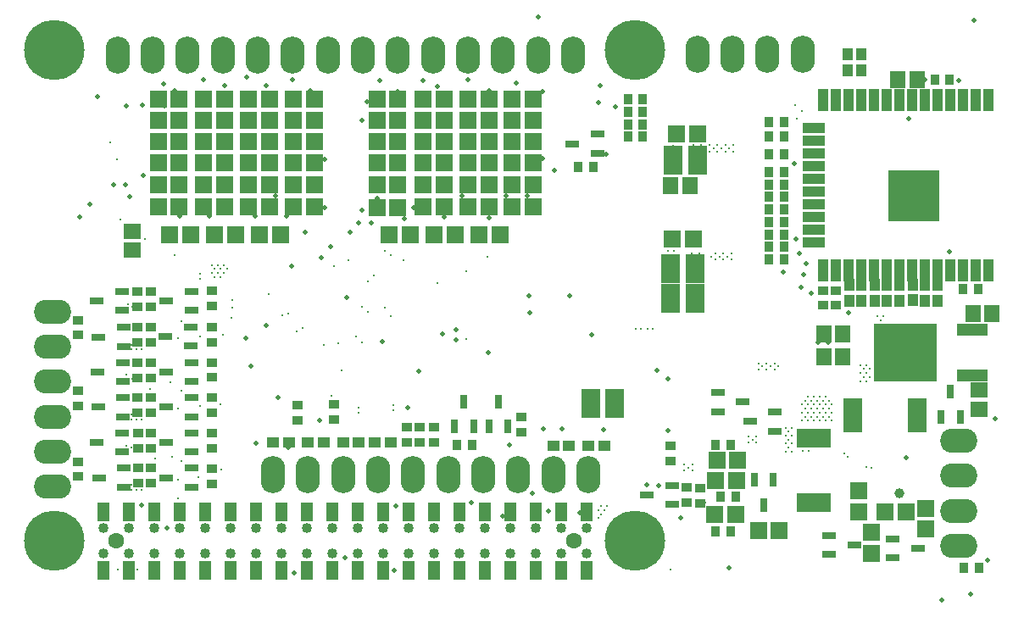
<source format=gbs>
G04*
G04 #@! TF.GenerationSoftware,Altium Limited,Altium Designer,18.0.7 (293)*
G04*
G04 Layer_Color=16711935*
%FSLAX25Y25*%
%MOIN*%
G70*
G01*
G75*
%ADD52R,0.06706X0.05918*%
%ADD53R,0.06706X0.06509*%
%ADD54R,0.06509X0.06706*%
%ADD59R,0.04501X0.04343*%
%ADD60R,0.03556X0.04343*%
%ADD61R,0.04343X0.03556*%
%ADD75R,0.05564X0.03123*%
%ADD80R,0.05918X0.06706*%
%ADD82O,0.09658X0.14580*%
%ADD83C,0.23716*%
%ADD84C,0.04016*%
%ADD85C,0.06299*%
%ADD86O,0.14580X0.09658*%
%ADD87C,0.00787*%
%ADD88C,0.01968*%
%ADD89C,0.03937*%
%ADD127R,0.04343X0.04501*%
%ADD128R,0.04816X0.07808*%
%ADD129R,0.07493X0.13398*%
%ADD130R,0.13398X0.07493*%
%ADD131R,0.07493X0.11400*%
%ADD132R,0.04343X0.08674*%
%ADD133R,0.08674X0.04343*%
%ADD134R,0.20485X0.20485*%
%ADD135R,0.24776X0.22965*%
%ADD136R,0.11942X0.04619*%
%ADD137R,0.03123X0.05564*%
D52*
X181693Y328346D02*
D03*
Y335827D02*
D03*
X514567Y273425D02*
D03*
Y265945D02*
D03*
D53*
X277953Y379527D02*
D03*
Y387795D02*
D03*
X191929Y387795D02*
D03*
Y379528D02*
D03*
X296063Y379528D02*
D03*
Y387795D02*
D03*
X209646Y387795D02*
D03*
Y379528D02*
D03*
X313779Y379527D02*
D03*
Y387795D02*
D03*
X227362Y387795D02*
D03*
Y379528D02*
D03*
X331102Y379527D02*
D03*
Y387795D02*
D03*
X245079Y387795D02*
D03*
Y379528D02*
D03*
X286221Y379528D02*
D03*
Y387795D02*
D03*
X200197Y387795D02*
D03*
Y379528D02*
D03*
X304331Y379528D02*
D03*
Y387795D02*
D03*
X217913Y387795D02*
D03*
Y379528D02*
D03*
X322047Y379527D02*
D03*
Y387795D02*
D03*
X235630Y387795D02*
D03*
Y379528D02*
D03*
X339370Y379527D02*
D03*
Y387795D02*
D03*
X253346Y387795D02*
D03*
Y379528D02*
D03*
X286221Y362795D02*
D03*
Y371063D02*
D03*
X200197Y371063D02*
D03*
Y362795D02*
D03*
X304331Y362795D02*
D03*
Y371063D02*
D03*
X217913Y371063D02*
D03*
Y362795D02*
D03*
X322047Y362795D02*
D03*
Y371063D02*
D03*
X235630Y371063D02*
D03*
Y362795D02*
D03*
X339370Y362795D02*
D03*
Y371063D02*
D03*
X253346Y371063D02*
D03*
Y362795D02*
D03*
X277953Y371063D02*
D03*
Y362795D02*
D03*
X191929Y362795D02*
D03*
Y371063D02*
D03*
X296063Y371063D02*
D03*
Y362795D02*
D03*
X209646Y362795D02*
D03*
Y371063D02*
D03*
X313779Y371063D02*
D03*
Y362795D02*
D03*
X227362Y362795D02*
D03*
Y371063D02*
D03*
X331102Y371063D02*
D03*
Y362795D02*
D03*
X245079Y362795D02*
D03*
Y371063D02*
D03*
X493701Y226969D02*
D03*
Y218701D02*
D03*
X472441Y217520D02*
D03*
Y209252D02*
D03*
X467520Y225590D02*
D03*
Y233858D02*
D03*
D54*
X318110Y334646D02*
D03*
X326378D02*
D03*
X240158Y334449D02*
D03*
X231890D02*
D03*
X196457D02*
D03*
X204724D02*
D03*
X300394Y334646D02*
D03*
X308661D02*
D03*
X222441Y334449D02*
D03*
X214173D02*
D03*
X277953Y354134D02*
D03*
X286221D02*
D03*
X200197Y354134D02*
D03*
X191929D02*
D03*
X296063Y354134D02*
D03*
X304331D02*
D03*
X217913Y354134D02*
D03*
X209646D02*
D03*
X313779Y354134D02*
D03*
X322047D02*
D03*
X235630Y354134D02*
D03*
X227362D02*
D03*
X331102Y354134D02*
D03*
X339370D02*
D03*
X253346Y354134D02*
D03*
X245079D02*
D03*
X402362Y332874D02*
D03*
X394094D02*
D03*
X395866Y374016D02*
D03*
X404134D02*
D03*
X290945Y334646D02*
D03*
X282677D02*
D03*
X411614Y245866D02*
D03*
X419882D02*
D03*
X410827Y224606D02*
D03*
X419095D02*
D03*
X436221Y218110D02*
D03*
X427953D02*
D03*
X419488Y237992D02*
D03*
X411221D02*
D03*
X486024Y225590D02*
D03*
X477756D02*
D03*
X277953Y345276D02*
D03*
X286221D02*
D03*
X304331Y345669D02*
D03*
X296063D02*
D03*
X313779D02*
D03*
X322047D02*
D03*
X339370D02*
D03*
X331102D02*
D03*
X191929Y345472D02*
D03*
X200197D02*
D03*
X217913D02*
D03*
X209646D02*
D03*
X227362D02*
D03*
X235630D02*
D03*
X253346D02*
D03*
X245079D02*
D03*
D59*
X361024Y251575D02*
D03*
X367244D02*
D03*
X347244D02*
D03*
X353465D02*
D03*
X277205Y252756D02*
D03*
X283425D02*
D03*
X264606D02*
D03*
X270827D02*
D03*
X250827D02*
D03*
X257047D02*
D03*
X237047D02*
D03*
X243268D02*
D03*
D60*
X413189Y231496D02*
D03*
X419095D02*
D03*
X432087Y324803D02*
D03*
X437992D02*
D03*
X508465Y313189D02*
D03*
X514370D02*
D03*
X309449Y251969D02*
D03*
X315354D02*
D03*
X432087Y349410D02*
D03*
X437992D02*
D03*
X437992Y378740D02*
D03*
X432087D02*
D03*
X382480Y382874D02*
D03*
X376575D02*
D03*
X437992Y334646D02*
D03*
X432087D02*
D03*
X376575Y387795D02*
D03*
X382480D02*
D03*
X437992Y373031D02*
D03*
X432087D02*
D03*
X382480Y377953D02*
D03*
X376575D02*
D03*
Y373031D02*
D03*
X382480D02*
D03*
X437992Y354331D02*
D03*
X432087D02*
D03*
X437992Y359252D02*
D03*
X432087D02*
D03*
X503150Y395472D02*
D03*
X497244D02*
D03*
X357087Y361024D02*
D03*
X362992D02*
D03*
X432087Y329724D02*
D03*
X437992D02*
D03*
X417126Y217913D02*
D03*
X411221D02*
D03*
X417126Y251969D02*
D03*
X411221D02*
D03*
X437992Y344488D02*
D03*
X432087D02*
D03*
X514567Y203346D02*
D03*
X508661D02*
D03*
X432087Y339567D02*
D03*
X437992D02*
D03*
X432087Y366339D02*
D03*
X437992D02*
D03*
D61*
X261024Y267717D02*
D03*
Y261811D02*
D03*
X246850Y261614D02*
D03*
Y267520D02*
D03*
X334842Y262795D02*
D03*
Y256890D02*
D03*
X300394Y258858D02*
D03*
Y252953D02*
D03*
X294685Y258858D02*
D03*
Y252953D02*
D03*
X289764Y258858D02*
D03*
Y252953D02*
D03*
X184055Y236811D02*
D03*
Y242717D02*
D03*
X183661Y264567D02*
D03*
Y270472D02*
D03*
X183858Y292126D02*
D03*
Y298031D02*
D03*
X189173Y236811D02*
D03*
Y242717D02*
D03*
X189173Y264567D02*
D03*
Y270472D02*
D03*
Y292126D02*
D03*
Y298031D02*
D03*
X160433Y245276D02*
D03*
Y239370D02*
D03*
Y273031D02*
D03*
Y267126D02*
D03*
Y300984D02*
D03*
Y295079D02*
D03*
X184055Y250591D02*
D03*
Y256496D02*
D03*
X183661Y278150D02*
D03*
Y284055D02*
D03*
X183661Y306299D02*
D03*
Y312205D02*
D03*
X213189Y236614D02*
D03*
Y242520D02*
D03*
Y264567D02*
D03*
Y270472D02*
D03*
X213189Y292323D02*
D03*
Y298228D02*
D03*
X189173Y250590D02*
D03*
Y256496D02*
D03*
Y278150D02*
D03*
Y284055D02*
D03*
X189173Y306299D02*
D03*
Y312205D02*
D03*
X213189Y250590D02*
D03*
Y256496D02*
D03*
X213189Y278346D02*
D03*
Y284252D02*
D03*
X213189Y306496D02*
D03*
Y312402D02*
D03*
X453543Y312598D02*
D03*
Y306693D02*
D03*
X458465Y312598D02*
D03*
Y306693D02*
D03*
X404921Y228937D02*
D03*
Y234842D02*
D03*
X399803Y235039D02*
D03*
Y229134D02*
D03*
X393307Y245669D02*
D03*
Y251575D02*
D03*
D75*
X455689Y208858D02*
D03*
Y216339D02*
D03*
X465571Y212598D02*
D03*
X480689Y207480D02*
D03*
Y214961D02*
D03*
X490571Y211221D02*
D03*
X394114Y235827D02*
D03*
Y228346D02*
D03*
X384232Y232087D02*
D03*
X434469Y264764D02*
D03*
Y257283D02*
D03*
X424587Y261024D02*
D03*
X364587Y374016D02*
D03*
Y366535D02*
D03*
X354705Y370276D02*
D03*
X204921Y312205D02*
D03*
Y304724D02*
D03*
X195039Y308465D02*
D03*
X204921Y284252D02*
D03*
Y276772D02*
D03*
X195039Y280512D02*
D03*
X204961Y256496D02*
D03*
Y249016D02*
D03*
X195079Y252756D02*
D03*
X204744Y298228D02*
D03*
Y290748D02*
D03*
X194862Y294488D02*
D03*
X204921Y270472D02*
D03*
Y262992D02*
D03*
X195039Y266732D02*
D03*
X204961Y242717D02*
D03*
Y235236D02*
D03*
X195079Y238976D02*
D03*
X411988Y264961D02*
D03*
Y272441D02*
D03*
X421870Y268701D02*
D03*
X177776Y312205D02*
D03*
Y304724D02*
D03*
X167894Y308465D02*
D03*
X177953Y284252D02*
D03*
Y276772D02*
D03*
X168071Y280512D02*
D03*
X177756Y256496D02*
D03*
Y249016D02*
D03*
X167874Y252756D02*
D03*
X178366Y298031D02*
D03*
Y290551D02*
D03*
X168484Y294291D02*
D03*
X178169Y270472D02*
D03*
Y262992D02*
D03*
X168287Y266732D02*
D03*
X178543Y242717D02*
D03*
Y235236D02*
D03*
X168661Y238976D02*
D03*
D80*
X461221Y295472D02*
D03*
X453740D02*
D03*
X490354Y395669D02*
D03*
X482874D02*
D03*
X400984Y353740D02*
D03*
X393504D02*
D03*
X461221Y286614D02*
D03*
X453740D02*
D03*
X512402Y303346D02*
D03*
X519882D02*
D03*
D82*
X347244Y240158D02*
D03*
X361024D02*
D03*
X278346D02*
D03*
X264567D02*
D03*
X250787D02*
D03*
X237008D02*
D03*
X445276Y405512D02*
D03*
X431496D02*
D03*
X203543Y405315D02*
D03*
X217323D02*
D03*
X286221D02*
D03*
X300000D02*
D03*
X231102D02*
D03*
X244882D02*
D03*
X313779D02*
D03*
X327559D02*
D03*
X258661D02*
D03*
X272441D02*
D03*
X175984D02*
D03*
X189764D02*
D03*
X305907Y240119D02*
D03*
X292127D02*
D03*
X333466D02*
D03*
X319686D02*
D03*
X341339Y405315D02*
D03*
X355118D02*
D03*
X403937Y405512D02*
D03*
X417717D02*
D03*
D83*
X379528Y407087D02*
D03*
Y214173D02*
D03*
X151181Y407087D02*
D03*
Y214173D02*
D03*
D84*
X190354Y219193D02*
D03*
X170374Y209154D02*
D03*
X180413Y219193D02*
D03*
Y209154D02*
D03*
X170374Y219193D02*
D03*
X200394D02*
D03*
X210433Y209154D02*
D03*
Y219193D02*
D03*
X200394Y209154D02*
D03*
X220374Y219193D02*
D03*
X190354Y209154D02*
D03*
X220374D02*
D03*
X280315D02*
D03*
X250295D02*
D03*
X280315Y219193D02*
D03*
X260335Y209154D02*
D03*
X270374Y219193D02*
D03*
Y209154D02*
D03*
X260335Y219193D02*
D03*
X230315D02*
D03*
X240354Y209154D02*
D03*
Y219193D02*
D03*
X230315Y209154D02*
D03*
X250295Y219193D02*
D03*
X340256Y209252D02*
D03*
X310236Y209154D02*
D03*
X340354Y219193D02*
D03*
X320276Y209252D02*
D03*
X330315Y219193D02*
D03*
Y209252D02*
D03*
X320276Y219193D02*
D03*
X290354D02*
D03*
X300295Y209154D02*
D03*
Y219193D02*
D03*
X290354Y209154D02*
D03*
X310236Y219193D02*
D03*
X350295Y209154D02*
D03*
Y219193D02*
D03*
X360335D02*
D03*
X360335Y209154D02*
D03*
D85*
X175394Y214173D02*
D03*
X355315D02*
D03*
D86*
X506891Y253504D02*
D03*
Y239725D02*
D03*
X150394Y290551D02*
D03*
Y304331D02*
D03*
Y262992D02*
D03*
Y276772D02*
D03*
Y235433D02*
D03*
Y249213D02*
D03*
X506891Y225945D02*
D03*
Y212166D02*
D03*
D87*
X260039Y271062D02*
D03*
X470472Y243110D02*
D03*
X472440Y242913D02*
D03*
X401968Y244094D02*
D03*
X398819Y244094D02*
D03*
X179528Y279528D02*
D03*
X181890Y277756D02*
D03*
X181496Y236024D02*
D03*
Y234055D02*
D03*
X284252Y267520D02*
D03*
Y265551D02*
D03*
X270669Y266535D02*
D03*
Y264567D02*
D03*
X449803D02*
D03*
X220866Y301969D02*
D03*
X221063Y305709D02*
D03*
Y308858D02*
D03*
X257087Y291142D02*
D03*
X263976Y281299D02*
D03*
X235236Y311220D02*
D03*
X240572Y302735D02*
D03*
X198425Y326575D02*
D03*
X216535Y267717D02*
D03*
X246259Y296653D02*
D03*
X395669Y374213D02*
D03*
X176181Y202953D02*
D03*
X183661Y202756D02*
D03*
X384449Y297441D02*
D03*
X416535Y368504D02*
D03*
X418110Y369685D02*
D03*
X411811D02*
D03*
X414961Y367323D02*
D03*
X411811D02*
D03*
X413386Y368504D02*
D03*
X410236D02*
D03*
X418110Y367323D02*
D03*
X414961Y369685D02*
D03*
X408661Y367323D02*
D03*
Y369685D02*
D03*
X274410Y316339D02*
D03*
X394882Y331299D02*
D03*
Y328150D02*
D03*
X392520Y331299D02*
D03*
X392520Y325000D02*
D03*
X394882D02*
D03*
X393701Y326575D02*
D03*
X181693Y306102D02*
D03*
X179921Y307087D02*
D03*
X364961Y226181D02*
D03*
X367323Y226181D02*
D03*
X366142Y227756D02*
D03*
Y224606D02*
D03*
X429528Y282677D02*
D03*
X427953Y283858D02*
D03*
X434252Y281496D02*
D03*
X432677Y282677D02*
D03*
X434252Y283858D02*
D03*
X435827Y282677D02*
D03*
X431102Y283858D02*
D03*
X452165Y270866D02*
D03*
X449803D02*
D03*
X447441D02*
D03*
X453346Y262992D02*
D03*
X454528Y270866D02*
D03*
X456890Y267717D02*
D03*
X447441Y261417D02*
D03*
X448622Y269291D02*
D03*
Y266142D02*
D03*
X447441Y267717D02*
D03*
Y264567D02*
D03*
X449803Y267717D02*
D03*
Y261417D02*
D03*
X455709Y269291D02*
D03*
X456890Y264567D02*
D03*
X455709Y266142D02*
D03*
X454528Y264567D02*
D03*
X453346Y269291D02*
D03*
X454528Y267717D02*
D03*
X453346Y266142D02*
D03*
X450984Y269291D02*
D03*
X452165Y267717D02*
D03*
X450984Y266142D02*
D03*
X452165Y264567D02*
D03*
X450984Y262992D02*
D03*
X448622D02*
D03*
X455709D02*
D03*
X452165Y261417D02*
D03*
X456890D02*
D03*
X454528D02*
D03*
X446260Y262992D02*
D03*
X445079Y264567D02*
D03*
Y267717D02*
D03*
X446260Y266142D02*
D03*
Y269291D02*
D03*
X445079Y261417D02*
D03*
X446457Y257480D02*
D03*
X445276Y252756D02*
D03*
X446457Y251181D02*
D03*
X445276Y255906D02*
D03*
X446457Y254331D02*
D03*
X447638Y252756D02*
D03*
X445276Y249606D02*
D03*
X447638D02*
D03*
X474803Y302559D02*
D03*
X475984Y300984D02*
D03*
X477165Y302559D02*
D03*
X470472Y280118D02*
D03*
X470472Y283268D02*
D03*
X470472Y276969D02*
D03*
X468110D02*
D03*
X469291Y278543D02*
D03*
X199606Y230906D02*
D03*
X181496Y289370D02*
D03*
X179528D02*
D03*
X179527Y236024D02*
D03*
X177559D02*
D03*
X248622Y297835D02*
D03*
X393307Y202756D02*
D03*
X368504Y227756D02*
D03*
X364961Y223031D02*
D03*
X386417Y297441D02*
D03*
X427953Y281496D02*
D03*
X431102D02*
D03*
X401575Y327165D02*
D03*
X424016Y252756D02*
D03*
X425591Y253937D02*
D03*
X427165Y252756D02*
D03*
Y255118D02*
D03*
X401968Y241732D02*
D03*
X400394Y242913D02*
D03*
X398819Y241732D02*
D03*
X391732Y355118D02*
D03*
X404331Y311811D02*
D03*
X403150Y310236D02*
D03*
X404331Y308661D02*
D03*
X403150Y307087D02*
D03*
X401968Y308661D02*
D03*
X403150Y313386D02*
D03*
X401968Y311811D02*
D03*
X312992Y320276D02*
D03*
X288386Y324606D02*
D03*
X321457Y325984D02*
D03*
X188583Y273819D02*
D03*
X190793Y246659D02*
D03*
X197485Y247052D02*
D03*
X196850Y276378D02*
D03*
X200984Y300590D02*
D03*
X281102Y305905D02*
D03*
X274410Y304331D02*
D03*
X272047Y306299D02*
D03*
X281102Y328150D02*
D03*
X276772Y318504D02*
D03*
X283464Y326574D02*
D03*
X312992Y293504D02*
D03*
X183465Y234055D02*
D03*
X269685Y294488D02*
D03*
X272047Y292126D02*
D03*
X301575Y315354D02*
D03*
X261024Y322047D02*
D03*
X266732Y324410D02*
D03*
X283268Y302559D02*
D03*
X262598Y291732D02*
D03*
X461614Y248425D02*
D03*
X379724Y297441D02*
D03*
X381693D02*
D03*
X390945Y313386D02*
D03*
Y307087D02*
D03*
Y310236D02*
D03*
X393307Y374213D02*
D03*
X445079Y383071D02*
D03*
X442520Y385433D02*
D03*
X442913Y380315D02*
D03*
X185433Y234055D02*
D03*
X175787Y364173D02*
D03*
X177165Y340550D02*
D03*
X186614Y332874D02*
D03*
X215354Y322638D02*
D03*
X208465Y319094D02*
D03*
X208465Y317126D02*
D03*
X217717Y322638D02*
D03*
X219094Y321063D02*
D03*
X216535D02*
D03*
X463189Y247244D02*
D03*
X424016Y255118D02*
D03*
X391732Y352756D02*
D03*
X393307Y353937D02*
D03*
Y356299D02*
D03*
X394882Y355118D02*
D03*
Y352756D02*
D03*
X399213Y356693D02*
D03*
X400394Y355118D02*
D03*
X401575Y356693D02*
D03*
X402756Y355118D02*
D03*
X401575Y353543D02*
D03*
X399213D02*
D03*
X395669Y313386D02*
D03*
X393307D02*
D03*
Y307087D02*
D03*
X392126Y311811D02*
D03*
Y308661D02*
D03*
X393307Y310236D02*
D03*
X394488Y311811D02*
D03*
X395669Y310236D02*
D03*
X394488Y308661D02*
D03*
X395669Y307087D02*
D03*
X394488Y305512D02*
D03*
X392126D02*
D03*
X405512Y313386D02*
D03*
X400787D02*
D03*
Y310236D02*
D03*
Y307087D02*
D03*
X405512Y310236D02*
D03*
Y307087D02*
D03*
X468110Y283268D02*
D03*
X469291Y281693D02*
D03*
X468110Y280118D02*
D03*
X471654Y281693D02*
D03*
Y278543D02*
D03*
X402362Y369685D02*
D03*
X403937Y368504D02*
D03*
X395669Y371063D02*
D03*
X393307Y367913D02*
D03*
X393307Y371063D02*
D03*
X394488Y369488D02*
D03*
Y372638D02*
D03*
X395669Y367913D02*
D03*
X405512Y369685D02*
D03*
X404724Y327165D02*
D03*
X440945Y258661D02*
D03*
X438583D02*
D03*
X440945Y252362D02*
D03*
X438583Y249213D02*
D03*
X439764Y257087D02*
D03*
Y253937D02*
D03*
X438583Y255512D02*
D03*
Y252362D02*
D03*
X440945Y255512D02*
D03*
Y249213D02*
D03*
X439764Y250787D02*
D03*
X417323Y324803D02*
D03*
Y327165D02*
D03*
X414173Y324803D02*
D03*
X412598Y325984D02*
D03*
X411024Y324803D02*
D03*
X409449Y325984D02*
D03*
X406299D02*
D03*
X404724Y324803D02*
D03*
X401575D02*
D03*
X393701Y329724D02*
D03*
X392520Y328150D02*
D03*
X403150Y325984D02*
D03*
X411024Y327165D02*
D03*
X415748Y325984D02*
D03*
X414173Y327165D02*
D03*
X447638Y255906D02*
D03*
X173228Y370866D02*
D03*
X212992Y322638D02*
D03*
X214173Y321063D02*
D03*
X217717Y319488D02*
D03*
X215354D02*
D03*
X212992D02*
D03*
X214173Y317913D02*
D03*
X216535D02*
D03*
X217322Y295275D02*
D03*
X216707Y242126D02*
D03*
X242913Y303543D02*
D03*
X208268Y294488D02*
D03*
X208465Y267126D02*
D03*
X207677Y239173D02*
D03*
X199803Y238187D02*
D03*
X177559Y234055D02*
D03*
X179528D02*
D03*
X181496Y250787D02*
D03*
X179528Y251575D02*
D03*
X183465Y289370D02*
D03*
X185433D02*
D03*
X177559D02*
D03*
Y291339D02*
D03*
X179528D02*
D03*
X181496D02*
D03*
X183465D02*
D03*
Y236024D02*
D03*
X183268Y263779D02*
D03*
X181299D02*
D03*
X179331D02*
D03*
X177362D02*
D03*
X179331Y261811D02*
D03*
X177362D02*
D03*
X185236D02*
D03*
X183268D02*
D03*
X181299D02*
D03*
X201029Y245478D02*
D03*
X200989Y273234D02*
D03*
X199803Y266140D02*
D03*
Y293699D02*
D03*
D88*
X255315Y261417D02*
D03*
X486221Y246850D02*
D03*
X416535Y203543D02*
D03*
X226575Y396457D02*
D03*
X234252Y393110D02*
D03*
X209646Y395669D02*
D03*
X217913Y393109D02*
D03*
X198425Y391339D02*
D03*
X194476Y385249D02*
D03*
X301575Y392717D02*
D03*
X500197Y190945D02*
D03*
X337598Y310433D02*
D03*
X353739Y310432D02*
D03*
X338189Y303937D02*
D03*
X512598Y418898D02*
D03*
X244882Y395472D02*
D03*
X296063Y395276D02*
D03*
X313779Y395472D02*
D03*
X167913Y388779D02*
D03*
X239173Y270472D02*
D03*
X228346Y282874D02*
D03*
X226378Y293701D02*
D03*
X234449Y298819D02*
D03*
X230512Y252362D02*
D03*
X285433Y227755D02*
D03*
X243110Y250984D02*
D03*
X444685Y313779D02*
D03*
X445669Y318701D02*
D03*
X437598Y319685D02*
D03*
X521062Y262204D02*
D03*
X280118Y225394D02*
D03*
X412992Y237795D02*
D03*
X418307Y246654D02*
D03*
X406298Y229330D02*
D03*
X511417Y193307D02*
D03*
X517913Y206496D02*
D03*
X451378Y292323D02*
D03*
X455512D02*
D03*
X493504Y395472D02*
D03*
X444094Y327165D02*
D03*
X446653Y323228D02*
D03*
X216535Y352362D02*
D03*
X189764Y346850D02*
D03*
X277953Y348819D02*
D03*
X314961Y229331D02*
D03*
X506890Y395079D02*
D03*
X341535Y420275D02*
D03*
X288779Y340945D02*
D03*
X365747Y393109D02*
D03*
X365158Y386614D02*
D03*
X371654Y384842D02*
D03*
X309055Y293110D02*
D03*
Y297244D02*
D03*
X513583Y387598D02*
D03*
X388779Y235826D02*
D03*
X384055Y236221D02*
D03*
X392520Y257480D02*
D03*
X284646Y202559D02*
D03*
X362402Y295079D02*
D03*
X442717Y332677D02*
D03*
X493504Y387402D02*
D03*
X367913Y366339D02*
D03*
X487008Y380315D02*
D03*
X508465Y387598D02*
D03*
X322047Y341339D02*
D03*
X345276Y225787D02*
D03*
X339180Y232700D02*
D03*
X357677Y225197D02*
D03*
X327362Y223819D02*
D03*
X321850Y288189D02*
D03*
X304331Y341535D02*
D03*
X366929Y257874D02*
D03*
X350787Y258070D02*
D03*
X343307Y258071D02*
D03*
X347835Y359842D02*
D03*
X343109Y364566D02*
D03*
X303740Y295472D02*
D03*
X280118Y292519D02*
D03*
X295693Y258834D02*
D03*
X289961Y266535D02*
D03*
X513583Y320472D02*
D03*
X245472Y201378D02*
D03*
X265551Y207480D02*
D03*
X397441Y223228D02*
D03*
X266142Y309842D02*
D03*
X255906Y325394D02*
D03*
X463386Y303740D02*
D03*
X267323Y335630D02*
D03*
X259646Y329921D02*
D03*
X244291Y322244D02*
D03*
X270669Y339173D02*
D03*
X448818Y311613D02*
D03*
X388189Y281299D02*
D03*
X392323Y277756D02*
D03*
X473425Y387402D02*
D03*
X483465D02*
D03*
X478543D02*
D03*
X442126Y362598D02*
D03*
X503150Y327953D02*
D03*
X161221Y341535D02*
D03*
X164961Y346654D02*
D03*
X179527Y385039D02*
D03*
X195472Y219291D02*
D03*
X185433Y228149D02*
D03*
X257480Y345079D02*
D03*
X249606Y335630D02*
D03*
X478543Y320276D02*
D03*
X483661D02*
D03*
X488583D02*
D03*
X493504D02*
D03*
X498425D02*
D03*
X294291Y280709D02*
D03*
X275787Y339173D02*
D03*
X272047Y344291D02*
D03*
X337008Y350000D02*
D03*
X328740Y349999D02*
D03*
X292323Y345276D02*
D03*
X286023Y390747D02*
D03*
X322047Y391141D02*
D03*
X342913Y390747D02*
D03*
X332677Y394094D02*
D03*
X311417Y349999D02*
D03*
X237992Y349803D02*
D03*
X212007Y341732D02*
D03*
X186208Y357822D02*
D03*
X229921Y341929D02*
D03*
X200394D02*
D03*
X180709Y349410D02*
D03*
X242323Y341732D02*
D03*
X329921Y251969D02*
D03*
X174409Y354330D02*
D03*
X473621Y320276D02*
D03*
X468504Y320275D02*
D03*
X463385Y320275D02*
D03*
X179133Y354330D02*
D03*
X274016Y387008D02*
D03*
X279134Y395276D02*
D03*
X272047Y379527D02*
D03*
X257480Y364173D02*
D03*
X194094Y393700D02*
D03*
X185826Y385432D02*
D03*
X251575Y391339D02*
D03*
D89*
X483465Y232874D02*
D03*
D127*
X468504Y399252D02*
D03*
Y405472D02*
D03*
X463189Y399252D02*
D03*
Y405472D02*
D03*
X473622Y314724D02*
D03*
Y308504D02*
D03*
X468504Y314724D02*
D03*
Y308504D02*
D03*
X463583Y314724D02*
D03*
Y308504D02*
D03*
X498425Y314685D02*
D03*
Y308465D02*
D03*
X483465Y314724D02*
D03*
Y308504D02*
D03*
X478543Y314724D02*
D03*
Y308504D02*
D03*
X493504Y314724D02*
D03*
Y308504D02*
D03*
X488583Y314921D02*
D03*
Y308701D02*
D03*
D128*
X260354Y225673D02*
D03*
X170354D02*
D03*
X180354D02*
D03*
X190354D02*
D03*
X170354Y202673D02*
D03*
X180354D02*
D03*
X200354Y225673D02*
D03*
X210354D02*
D03*
X220354D02*
D03*
X230354D02*
D03*
X240354D02*
D03*
X250354D02*
D03*
X190354Y202673D02*
D03*
X200354D02*
D03*
X210354D02*
D03*
X220354D02*
D03*
X230354D02*
D03*
X240354D02*
D03*
X250354D02*
D03*
X260354D02*
D03*
X270354Y225673D02*
D03*
X280354D02*
D03*
X290354D02*
D03*
X300354D02*
D03*
X310354D02*
D03*
X320354D02*
D03*
X330354D02*
D03*
X340354D02*
D03*
X350354D02*
D03*
X360354D02*
D03*
X270354Y202673D02*
D03*
X280354D02*
D03*
X290354D02*
D03*
X300354D02*
D03*
X310354D02*
D03*
X320354D02*
D03*
X330354D02*
D03*
X340354D02*
D03*
X350354D02*
D03*
X360354D02*
D03*
D129*
X490256Y263386D02*
D03*
X464961D02*
D03*
D130*
X449803Y229331D02*
D03*
Y254626D02*
D03*
D131*
X362008Y268307D02*
D03*
X371457D02*
D03*
X403937Y363779D02*
D03*
X394488D02*
D03*
X402953Y309449D02*
D03*
X393504D02*
D03*
X402953Y321260D02*
D03*
X393504D02*
D03*
D132*
X518504Y387402D02*
D03*
X513504D02*
D03*
X508504D02*
D03*
X503504D02*
D03*
X498504D02*
D03*
X493504D02*
D03*
X488504D02*
D03*
X483504D02*
D03*
X478504D02*
D03*
X473504D02*
D03*
X468504D02*
D03*
X463504D02*
D03*
X458504D02*
D03*
X453504D02*
D03*
Y320472D02*
D03*
X458504D02*
D03*
X463504D02*
D03*
X468504D02*
D03*
X473504D02*
D03*
X478504D02*
D03*
X483504D02*
D03*
X488504D02*
D03*
X493504D02*
D03*
X498504D02*
D03*
X503504D02*
D03*
X508504D02*
D03*
X513504D02*
D03*
X518504D02*
D03*
D133*
X449567Y376437D02*
D03*
Y371437D02*
D03*
Y366437D02*
D03*
Y361437D02*
D03*
Y356437D02*
D03*
Y351437D02*
D03*
Y346437D02*
D03*
Y341437D02*
D03*
Y336437D02*
D03*
Y331437D02*
D03*
D134*
X488976Y350000D02*
D03*
D135*
X485787Y288189D02*
D03*
D136*
X511969Y279173D02*
D03*
Y297205D02*
D03*
D137*
X329528Y259055D02*
D03*
X322047D02*
D03*
X325787Y268937D02*
D03*
X315945Y259035D02*
D03*
X308465D02*
D03*
X312205Y268917D02*
D03*
X507283Y262972D02*
D03*
X499803D02*
D03*
X503543Y272854D02*
D03*
X430118Y228327D02*
D03*
X433858Y238209D02*
D03*
X426378D02*
D03*
M02*

</source>
